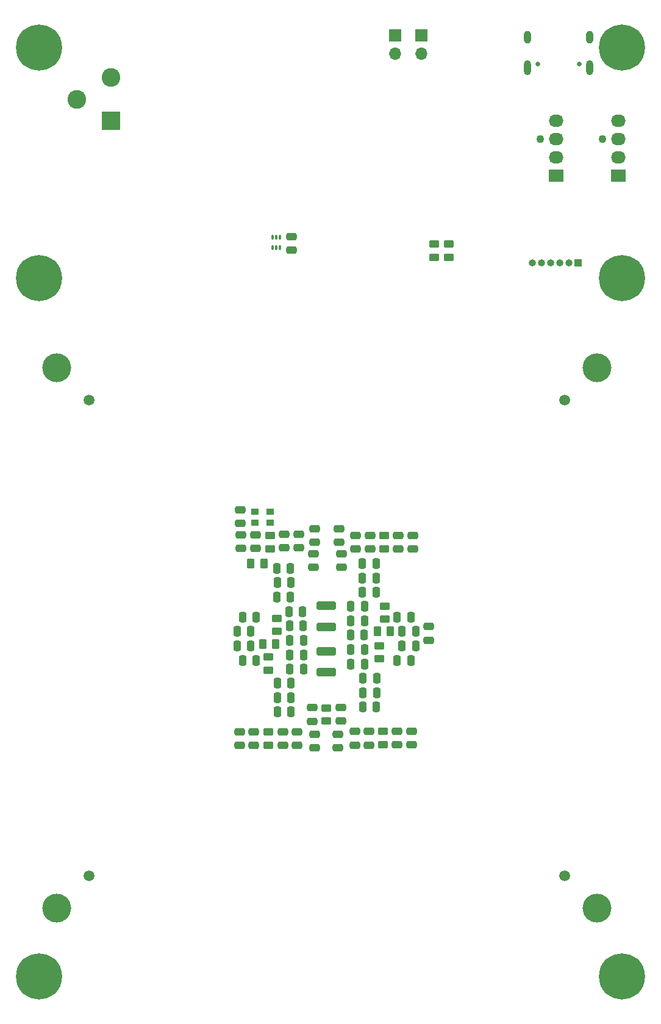
<source format=gbs>
G04 #@! TF.GenerationSoftware,KiCad,Pcbnew,8.0.1-8.0.1-1~ubuntu22.04.1*
G04 #@! TF.CreationDate,2024-05-15T13:20:28+02:00*
G04 #@! TF.ProjectId,qaxe,71617865-2e6b-4696-9361-645f70636258,rev?*
G04 #@! TF.SameCoordinates,Original*
G04 #@! TF.FileFunction,Soldermask,Bot*
G04 #@! TF.FilePolarity,Negative*
%FSLAX46Y46*%
G04 Gerber Fmt 4.6, Leading zero omitted, Abs format (unit mm)*
G04 Created by KiCad (PCBNEW 8.0.1-8.0.1-1~ubuntu22.04.1) date 2024-05-15 13:20:28*
%MOMM*%
%LPD*%
G01*
G04 APERTURE LIST*
G04 Aperture macros list*
%AMRoundRect*
0 Rectangle with rounded corners*
0 $1 Rounding radius*
0 $2 $3 $4 $5 $6 $7 $8 $9 X,Y pos of 4 corners*
0 Add a 4 corners polygon primitive as box body*
4,1,4,$2,$3,$4,$5,$6,$7,$8,$9,$2,$3,0*
0 Add four circle primitives for the rounded corners*
1,1,$1+$1,$2,$3*
1,1,$1+$1,$4,$5*
1,1,$1+$1,$6,$7*
1,1,$1+$1,$8,$9*
0 Add four rect primitives between the rounded corners*
20,1,$1+$1,$2,$3,$4,$5,0*
20,1,$1+$1,$4,$5,$6,$7,0*
20,1,$1+$1,$6,$7,$8,$9,0*
20,1,$1+$1,$8,$9,$2,$3,0*%
G04 Aperture macros list end*
%ADD10RoundRect,0.250000X-0.450000X0.262500X-0.450000X-0.262500X0.450000X-0.262500X0.450000X0.262500X0*%
%ADD11C,1.500000*%
%ADD12C,0.800000*%
%ADD13C,6.400000*%
%ADD14C,4.000000*%
%ADD15R,1.700000X1.700000*%
%ADD16O,1.700000X1.700000*%
%ADD17R,1.000000X1.000000*%
%ADD18O,1.000000X1.000000*%
%ADD19C,1.100000*%
%ADD20R,2.030000X1.730000*%
%ADD21O,2.030000X1.730000*%
%ADD22R,2.600000X2.600000*%
%ADD23C,2.600000*%
%ADD24C,0.650000*%
%ADD25O,1.000000X2.100000*%
%ADD26O,1.000000X1.800000*%
%ADD27RoundRect,0.250000X0.250000X0.475000X-0.250000X0.475000X-0.250000X-0.475000X0.250000X-0.475000X0*%
%ADD28RoundRect,0.250000X0.475000X-0.250000X0.475000X0.250000X-0.475000X0.250000X-0.475000X-0.250000X0*%
%ADD29RoundRect,0.250000X0.450000X-0.262500X0.450000X0.262500X-0.450000X0.262500X-0.450000X-0.262500X0*%
%ADD30RoundRect,0.250000X-0.475000X0.250000X-0.475000X-0.250000X0.475000X-0.250000X0.475000X0.250000X0*%
%ADD31RoundRect,0.250000X0.262500X0.450000X-0.262500X0.450000X-0.262500X-0.450000X0.262500X-0.450000X0*%
%ADD32RoundRect,0.250000X-0.262500X-0.450000X0.262500X-0.450000X0.262500X0.450000X-0.262500X0.450000X0*%
%ADD33RoundRect,0.250000X-0.250000X-0.475000X0.250000X-0.475000X0.250000X0.475000X-0.250000X0.475000X0*%
%ADD34R,1.000000X0.900000*%
%ADD35RoundRect,0.250000X1.100000X-0.325000X1.100000X0.325000X-1.100000X0.325000X-1.100000X-0.325000X0*%
%ADD36RoundRect,0.250000X-1.100000X0.325000X-1.100000X-0.325000X1.100000X-0.325000X1.100000X0.325000X0*%
%ADD37RoundRect,0.050000X0.100000X-0.285000X0.100000X0.285000X-0.100000X0.285000X-0.100000X-0.285000X0*%
G04 APERTURE END LIST*
D10*
X102235000Y-126087500D03*
X102235000Y-127912500D03*
X94945200Y-134698100D03*
X94945200Y-136523100D03*
X88011000Y-124102500D03*
X88011000Y-122277500D03*
D11*
X62000000Y-92000000D03*
D12*
X52600000Y-43000000D03*
X53302944Y-41302944D03*
X53302944Y-44697056D03*
X55000000Y-40600000D03*
D13*
X55000000Y-43000000D03*
D12*
X55000000Y-45400000D03*
X56697056Y-41302944D03*
X56697056Y-44697056D03*
X57400000Y-43000000D03*
D14*
X132500000Y-162500000D03*
D15*
X108100000Y-41325000D03*
D16*
X108100000Y-43865000D03*
D17*
X129875000Y-72900000D03*
D18*
X128605000Y-72900000D03*
X127335000Y-72900000D03*
X126065000Y-72900000D03*
X124795000Y-72900000D03*
X123525000Y-72900000D03*
D19*
X133303000Y-55740000D03*
D20*
X135463000Y-60820000D03*
D21*
X135463000Y-58280000D03*
X135463000Y-55740000D03*
X135463000Y-53200000D03*
D14*
X57500000Y-162500000D03*
D15*
X104500000Y-41325000D03*
D16*
X104500000Y-43865000D03*
D14*
X57500000Y-87500000D03*
D11*
X62000000Y-158000000D03*
D12*
X133600000Y-43000000D03*
X134302944Y-41302944D03*
X134302944Y-44697056D03*
X136000000Y-40600000D03*
D13*
X136000000Y-43000000D03*
D12*
X136000000Y-45400000D03*
X137697056Y-41302944D03*
X137697056Y-44697056D03*
X138400000Y-43000000D03*
D14*
X132500000Y-87500000D03*
D11*
X128000000Y-158000000D03*
D12*
X133600000Y-172000000D03*
X134302944Y-170302944D03*
X134302944Y-173697056D03*
X136000000Y-169600000D03*
D13*
X136000000Y-172000000D03*
D12*
X136000000Y-174400000D03*
X137697056Y-170302944D03*
X137697056Y-173697056D03*
X138400000Y-172000000D03*
X52600000Y-75000000D03*
X53302944Y-73302944D03*
X53302944Y-76697056D03*
X55000000Y-72600000D03*
D13*
X55000000Y-75000000D03*
D12*
X55000000Y-77400000D03*
X56697056Y-73302944D03*
X56697056Y-76697056D03*
X57400000Y-75000000D03*
D19*
X124667000Y-55740000D03*
D20*
X126827000Y-60820000D03*
D21*
X126827000Y-58280000D03*
X126827000Y-55740000D03*
X126827000Y-53200000D03*
D12*
X133600000Y-75000000D03*
X134302944Y-73302944D03*
X134302944Y-76697056D03*
X136000000Y-72600000D03*
D13*
X136000000Y-75000000D03*
D12*
X136000000Y-77400000D03*
X137697056Y-73302944D03*
X137697056Y-76697056D03*
X138400000Y-75000000D03*
D22*
X65000000Y-53200000D03*
D23*
X65000000Y-47200000D03*
X60300000Y-50200000D03*
D24*
X130090000Y-45305000D03*
X124310000Y-45305000D03*
D25*
X131520000Y-45805000D03*
D26*
X131520000Y-41625000D03*
D25*
X122880000Y-45805000D03*
D26*
X122880000Y-41625000D03*
D11*
X128000000Y-92000000D03*
D12*
X52600000Y-172000000D03*
X53302944Y-170302944D03*
X53302944Y-173697056D03*
X55000000Y-169600000D03*
D13*
X55000000Y-172000000D03*
D12*
X55000000Y-174400000D03*
X56697056Y-170302944D03*
X56697056Y-173697056D03*
X57400000Y-172000000D03*
D27*
X91760000Y-129310000D03*
X89860000Y-129310000D03*
X106650000Y-128100000D03*
X104750000Y-128100000D03*
D28*
X101000000Y-112650000D03*
X101000000Y-110750000D03*
X96500000Y-140250000D03*
X96500000Y-138350000D03*
D29*
X103020000Y-122372500D03*
X103020000Y-120547500D03*
D30*
X93300000Y-138350000D03*
X93300000Y-140250000D03*
D27*
X91650000Y-121325000D03*
X89750000Y-121325000D03*
D10*
X102800000Y-137987500D03*
X102800000Y-139812500D03*
D30*
X90043000Y-69281000D03*
X90043000Y-71181000D03*
X104900000Y-110750000D03*
X104900000Y-112650000D03*
D10*
X86910000Y-127637500D03*
X86910000Y-129462500D03*
D31*
X87925000Y-125850000D03*
X86100000Y-125850000D03*
D27*
X90000000Y-133270000D03*
X88100000Y-133270000D03*
D30*
X88875000Y-138000000D03*
X88875000Y-139900000D03*
D28*
X83100000Y-112575000D03*
X83100000Y-110675000D03*
D32*
X101987500Y-124100000D03*
X103812500Y-124100000D03*
D33*
X105450000Y-126100000D03*
X107350000Y-126100000D03*
X99920000Y-116670000D03*
X101820000Y-116670000D03*
X99950000Y-134600000D03*
X101850000Y-134600000D03*
X100000000Y-130600000D03*
X101900000Y-130600000D03*
X99920000Y-118670000D03*
X101820000Y-118670000D03*
D27*
X84450000Y-124100000D03*
X82550000Y-124100000D03*
D30*
X92964000Y-134650000D03*
X92964000Y-136550000D03*
D28*
X100850000Y-139875000D03*
X100850000Y-137975000D03*
X104750000Y-139850000D03*
X104750000Y-137950000D03*
X109100000Y-125300000D03*
X109100000Y-123400000D03*
D27*
X91700000Y-123325000D03*
X89800000Y-123325000D03*
D10*
X86875000Y-138037500D03*
X86875000Y-139862500D03*
D33*
X83300000Y-122100000D03*
X85200000Y-122100000D03*
D28*
X98875000Y-139875000D03*
X98875000Y-137975000D03*
D33*
X83290000Y-128160000D03*
X85190000Y-128160000D03*
D27*
X91750000Y-127325000D03*
X89850000Y-127325000D03*
D30*
X93300000Y-109800000D03*
X93300000Y-111700000D03*
D33*
X98310000Y-122610000D03*
X100210000Y-122610000D03*
D27*
X89950000Y-119300000D03*
X88050000Y-119300000D03*
X90000000Y-117300000D03*
X88100000Y-117300000D03*
D28*
X96901000Y-136545400D03*
X96901000Y-134645400D03*
D30*
X83000000Y-107175000D03*
X83000000Y-109075000D03*
D28*
X106900000Y-112650000D03*
X106900000Y-110750000D03*
D33*
X98310000Y-120630000D03*
X100210000Y-120630000D03*
D10*
X87100000Y-110775000D03*
X87100000Y-112600000D03*
D30*
X91100000Y-110575000D03*
X91100000Y-112475000D03*
D33*
X98310000Y-128610000D03*
X100210000Y-128610000D03*
D28*
X98990000Y-112650000D03*
X98990000Y-110750000D03*
D34*
X84975000Y-107425000D03*
X87125000Y-107425000D03*
X87125000Y-108975000D03*
X84975000Y-108975000D03*
D33*
X99920000Y-114670000D03*
X101820000Y-114670000D03*
X100000000Y-132600000D03*
X101900000Y-132600000D03*
D27*
X106650000Y-122100000D03*
X104750000Y-122100000D03*
D31*
X86237500Y-114650000D03*
X84412500Y-114650000D03*
D35*
X94900000Y-129775000D03*
X94900000Y-126825000D03*
D29*
X111900000Y-72162500D03*
X111900000Y-70337500D03*
X102930000Y-112612500D03*
X102930000Y-110787500D03*
D28*
X84875000Y-139900000D03*
X84875000Y-138000000D03*
D30*
X82875000Y-138000000D03*
X82875000Y-139900000D03*
D27*
X91750000Y-125325000D03*
X89850000Y-125325000D03*
D29*
X109900000Y-72162500D03*
X109900000Y-70337500D03*
D27*
X90000000Y-131270000D03*
X88100000Y-131270000D03*
D36*
X94900000Y-120525000D03*
X94900000Y-123475000D03*
D37*
X88500000Y-70844000D03*
X88000000Y-70844000D03*
X87500000Y-70844000D03*
X87500000Y-69364000D03*
X88000000Y-69364000D03*
X88500000Y-69364000D03*
D27*
X90000000Y-135270000D03*
X88100000Y-135270000D03*
X89950000Y-115300000D03*
X88050000Y-115300000D03*
D30*
X106725000Y-137950000D03*
X106725000Y-139850000D03*
X89100000Y-110575000D03*
X89100000Y-112475000D03*
X90875000Y-138000000D03*
X90875000Y-139900000D03*
D33*
X98310000Y-126610000D03*
X100210000Y-126610000D03*
D28*
X97000000Y-115200000D03*
X97000000Y-113300000D03*
D30*
X85100000Y-110675000D03*
X85100000Y-112575000D03*
D33*
X105450000Y-124100000D03*
X107350000Y-124100000D03*
D30*
X93100000Y-113300000D03*
X93100000Y-115200000D03*
D28*
X96700000Y-111700000D03*
X96700000Y-109800000D03*
D33*
X98260000Y-124610000D03*
X100160000Y-124610000D03*
D27*
X84450000Y-126100000D03*
X82550000Y-126100000D03*
M02*

</source>
